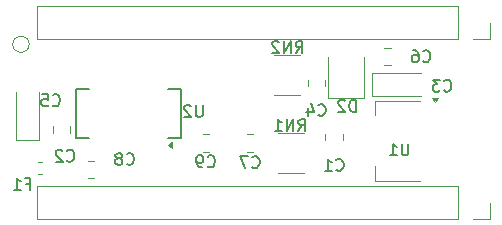
<source format=gbr>
%TF.GenerationSoftware,KiCad,Pcbnew,9.0.1*%
%TF.CreationDate,2025-04-21T22:05:37-04:00*%
%TF.ProjectId,nano_original,6e616e6f-5f6f-4726-9967-696e616c2e6b,rev?*%
%TF.SameCoordinates,Original*%
%TF.FileFunction,Legend,Bot*%
%TF.FilePolarity,Positive*%
%FSLAX46Y46*%
G04 Gerber Fmt 4.6, Leading zero omitted, Abs format (unit mm)*
G04 Created by KiCad (PCBNEW 9.0.1) date 2025-04-21 22:05:37*
%MOMM*%
%LPD*%
G01*
G04 APERTURE LIST*
%ADD10C,0.150000*%
%ADD11C,0.120000*%
G04 APERTURE END LIST*
D10*
X93029404Y-85629819D02*
X93029404Y-86439342D01*
X93029404Y-86439342D02*
X92981785Y-86534580D01*
X92981785Y-86534580D02*
X92934166Y-86582200D01*
X92934166Y-86582200D02*
X92838928Y-86629819D01*
X92838928Y-86629819D02*
X92648452Y-86629819D01*
X92648452Y-86629819D02*
X92553214Y-86582200D01*
X92553214Y-86582200D02*
X92505595Y-86534580D01*
X92505595Y-86534580D02*
X92457976Y-86439342D01*
X92457976Y-86439342D02*
X92457976Y-85629819D01*
X91457976Y-86629819D02*
X92029404Y-86629819D01*
X91743690Y-86629819D02*
X91743690Y-85629819D01*
X91743690Y-85629819D02*
X91838928Y-85772676D01*
X91838928Y-85772676D02*
X91934166Y-85867914D01*
X91934166Y-85867914D02*
X92029404Y-85915533D01*
X86916666Y-87834580D02*
X86964285Y-87882200D01*
X86964285Y-87882200D02*
X87107142Y-87929819D01*
X87107142Y-87929819D02*
X87202380Y-87929819D01*
X87202380Y-87929819D02*
X87345237Y-87882200D01*
X87345237Y-87882200D02*
X87440475Y-87786961D01*
X87440475Y-87786961D02*
X87488094Y-87691723D01*
X87488094Y-87691723D02*
X87535713Y-87501247D01*
X87535713Y-87501247D02*
X87535713Y-87358390D01*
X87535713Y-87358390D02*
X87488094Y-87167914D01*
X87488094Y-87167914D02*
X87440475Y-87072676D01*
X87440475Y-87072676D02*
X87345237Y-86977438D01*
X87345237Y-86977438D02*
X87202380Y-86929819D01*
X87202380Y-86929819D02*
X87107142Y-86929819D01*
X87107142Y-86929819D02*
X86964285Y-86977438D01*
X86964285Y-86977438D02*
X86916666Y-87025057D01*
X85964285Y-87929819D02*
X86535713Y-87929819D01*
X86249999Y-87929819D02*
X86249999Y-86929819D01*
X86249999Y-86929819D02*
X86345237Y-87072676D01*
X86345237Y-87072676D02*
X86440475Y-87167914D01*
X86440475Y-87167914D02*
X86535713Y-87215533D01*
X88588094Y-82929819D02*
X88588094Y-81929819D01*
X88588094Y-81929819D02*
X88349999Y-81929819D01*
X88349999Y-81929819D02*
X88207142Y-81977438D01*
X88207142Y-81977438D02*
X88111904Y-82072676D01*
X88111904Y-82072676D02*
X88064285Y-82167914D01*
X88064285Y-82167914D02*
X88016666Y-82358390D01*
X88016666Y-82358390D02*
X88016666Y-82501247D01*
X88016666Y-82501247D02*
X88064285Y-82691723D01*
X88064285Y-82691723D02*
X88111904Y-82786961D01*
X88111904Y-82786961D02*
X88207142Y-82882200D01*
X88207142Y-82882200D02*
X88349999Y-82929819D01*
X88349999Y-82929819D02*
X88588094Y-82929819D01*
X87635713Y-82025057D02*
X87588094Y-81977438D01*
X87588094Y-81977438D02*
X87492856Y-81929819D01*
X87492856Y-81929819D02*
X87254761Y-81929819D01*
X87254761Y-81929819D02*
X87159523Y-81977438D01*
X87159523Y-81977438D02*
X87111904Y-82025057D01*
X87111904Y-82025057D02*
X87064285Y-82120295D01*
X87064285Y-82120295D02*
X87064285Y-82215533D01*
X87064285Y-82215533D02*
X87111904Y-82358390D01*
X87111904Y-82358390D02*
X87683332Y-82929819D01*
X87683332Y-82929819D02*
X87064285Y-82929819D01*
X62916666Y-82359580D02*
X62964285Y-82407200D01*
X62964285Y-82407200D02*
X63107142Y-82454819D01*
X63107142Y-82454819D02*
X63202380Y-82454819D01*
X63202380Y-82454819D02*
X63345237Y-82407200D01*
X63345237Y-82407200D02*
X63440475Y-82311961D01*
X63440475Y-82311961D02*
X63488094Y-82216723D01*
X63488094Y-82216723D02*
X63535713Y-82026247D01*
X63535713Y-82026247D02*
X63535713Y-81883390D01*
X63535713Y-81883390D02*
X63488094Y-81692914D01*
X63488094Y-81692914D02*
X63440475Y-81597676D01*
X63440475Y-81597676D02*
X63345237Y-81502438D01*
X63345237Y-81502438D02*
X63202380Y-81454819D01*
X63202380Y-81454819D02*
X63107142Y-81454819D01*
X63107142Y-81454819D02*
X62964285Y-81502438D01*
X62964285Y-81502438D02*
X62916666Y-81550057D01*
X62011904Y-81454819D02*
X62488094Y-81454819D01*
X62488094Y-81454819D02*
X62535713Y-81931009D01*
X62535713Y-81931009D02*
X62488094Y-81883390D01*
X62488094Y-81883390D02*
X62392856Y-81835771D01*
X62392856Y-81835771D02*
X62154761Y-81835771D01*
X62154761Y-81835771D02*
X62059523Y-81883390D01*
X62059523Y-81883390D02*
X62011904Y-81931009D01*
X62011904Y-81931009D02*
X61964285Y-82026247D01*
X61964285Y-82026247D02*
X61964285Y-82264342D01*
X61964285Y-82264342D02*
X62011904Y-82359580D01*
X62011904Y-82359580D02*
X62059523Y-82407200D01*
X62059523Y-82407200D02*
X62154761Y-82454819D01*
X62154761Y-82454819D02*
X62392856Y-82454819D01*
X62392856Y-82454819D02*
X62488094Y-82407200D01*
X62488094Y-82407200D02*
X62535713Y-82359580D01*
X69179166Y-87334580D02*
X69226785Y-87382200D01*
X69226785Y-87382200D02*
X69369642Y-87429819D01*
X69369642Y-87429819D02*
X69464880Y-87429819D01*
X69464880Y-87429819D02*
X69607737Y-87382200D01*
X69607737Y-87382200D02*
X69702975Y-87286961D01*
X69702975Y-87286961D02*
X69750594Y-87191723D01*
X69750594Y-87191723D02*
X69798213Y-87001247D01*
X69798213Y-87001247D02*
X69798213Y-86858390D01*
X69798213Y-86858390D02*
X69750594Y-86667914D01*
X69750594Y-86667914D02*
X69702975Y-86572676D01*
X69702975Y-86572676D02*
X69607737Y-86477438D01*
X69607737Y-86477438D02*
X69464880Y-86429819D01*
X69464880Y-86429819D02*
X69369642Y-86429819D01*
X69369642Y-86429819D02*
X69226785Y-86477438D01*
X69226785Y-86477438D02*
X69179166Y-86525057D01*
X68607737Y-86858390D02*
X68702975Y-86810771D01*
X68702975Y-86810771D02*
X68750594Y-86763152D01*
X68750594Y-86763152D02*
X68798213Y-86667914D01*
X68798213Y-86667914D02*
X68798213Y-86620295D01*
X68798213Y-86620295D02*
X68750594Y-86525057D01*
X68750594Y-86525057D02*
X68702975Y-86477438D01*
X68702975Y-86477438D02*
X68607737Y-86429819D01*
X68607737Y-86429819D02*
X68417261Y-86429819D01*
X68417261Y-86429819D02*
X68322023Y-86477438D01*
X68322023Y-86477438D02*
X68274404Y-86525057D01*
X68274404Y-86525057D02*
X68226785Y-86620295D01*
X68226785Y-86620295D02*
X68226785Y-86667914D01*
X68226785Y-86667914D02*
X68274404Y-86763152D01*
X68274404Y-86763152D02*
X68322023Y-86810771D01*
X68322023Y-86810771D02*
X68417261Y-86858390D01*
X68417261Y-86858390D02*
X68607737Y-86858390D01*
X68607737Y-86858390D02*
X68702975Y-86906009D01*
X68702975Y-86906009D02*
X68750594Y-86953628D01*
X68750594Y-86953628D02*
X68798213Y-87048866D01*
X68798213Y-87048866D02*
X68798213Y-87239342D01*
X68798213Y-87239342D02*
X68750594Y-87334580D01*
X68750594Y-87334580D02*
X68702975Y-87382200D01*
X68702975Y-87382200D02*
X68607737Y-87429819D01*
X68607737Y-87429819D02*
X68417261Y-87429819D01*
X68417261Y-87429819D02*
X68322023Y-87382200D01*
X68322023Y-87382200D02*
X68274404Y-87334580D01*
X68274404Y-87334580D02*
X68226785Y-87239342D01*
X68226785Y-87239342D02*
X68226785Y-87048866D01*
X68226785Y-87048866D02*
X68274404Y-86953628D01*
X68274404Y-86953628D02*
X68322023Y-86906009D01*
X68322023Y-86906009D02*
X68417261Y-86858390D01*
X79804166Y-87614580D02*
X79851785Y-87662200D01*
X79851785Y-87662200D02*
X79994642Y-87709819D01*
X79994642Y-87709819D02*
X80089880Y-87709819D01*
X80089880Y-87709819D02*
X80232737Y-87662200D01*
X80232737Y-87662200D02*
X80327975Y-87566961D01*
X80327975Y-87566961D02*
X80375594Y-87471723D01*
X80375594Y-87471723D02*
X80423213Y-87281247D01*
X80423213Y-87281247D02*
X80423213Y-87138390D01*
X80423213Y-87138390D02*
X80375594Y-86947914D01*
X80375594Y-86947914D02*
X80327975Y-86852676D01*
X80327975Y-86852676D02*
X80232737Y-86757438D01*
X80232737Y-86757438D02*
X80089880Y-86709819D01*
X80089880Y-86709819D02*
X79994642Y-86709819D01*
X79994642Y-86709819D02*
X79851785Y-86757438D01*
X79851785Y-86757438D02*
X79804166Y-86805057D01*
X79470832Y-86709819D02*
X78804166Y-86709819D01*
X78804166Y-86709819D02*
X79232737Y-87709819D01*
X83715476Y-84554819D02*
X84048809Y-84078628D01*
X84286904Y-84554819D02*
X84286904Y-83554819D01*
X84286904Y-83554819D02*
X83905952Y-83554819D01*
X83905952Y-83554819D02*
X83810714Y-83602438D01*
X83810714Y-83602438D02*
X83763095Y-83650057D01*
X83763095Y-83650057D02*
X83715476Y-83745295D01*
X83715476Y-83745295D02*
X83715476Y-83888152D01*
X83715476Y-83888152D02*
X83763095Y-83983390D01*
X83763095Y-83983390D02*
X83810714Y-84031009D01*
X83810714Y-84031009D02*
X83905952Y-84078628D01*
X83905952Y-84078628D02*
X84286904Y-84078628D01*
X83286904Y-84554819D02*
X83286904Y-83554819D01*
X83286904Y-83554819D02*
X82715476Y-84554819D01*
X82715476Y-84554819D02*
X82715476Y-83554819D01*
X81715476Y-84554819D02*
X82286904Y-84554819D01*
X82001190Y-84554819D02*
X82001190Y-83554819D01*
X82001190Y-83554819D02*
X82096428Y-83697676D01*
X82096428Y-83697676D02*
X82191666Y-83792914D01*
X82191666Y-83792914D02*
X82286904Y-83840533D01*
X60683333Y-89031009D02*
X61016666Y-89031009D01*
X61016666Y-89554819D02*
X61016666Y-88554819D01*
X61016666Y-88554819D02*
X60540476Y-88554819D01*
X59635714Y-89554819D02*
X60207142Y-89554819D01*
X59921428Y-89554819D02*
X59921428Y-88554819D01*
X59921428Y-88554819D02*
X60016666Y-88697676D01*
X60016666Y-88697676D02*
X60111904Y-88792914D01*
X60111904Y-88792914D02*
X60207142Y-88840533D01*
X76029166Y-87534580D02*
X76076785Y-87582200D01*
X76076785Y-87582200D02*
X76219642Y-87629819D01*
X76219642Y-87629819D02*
X76314880Y-87629819D01*
X76314880Y-87629819D02*
X76457737Y-87582200D01*
X76457737Y-87582200D02*
X76552975Y-87486961D01*
X76552975Y-87486961D02*
X76600594Y-87391723D01*
X76600594Y-87391723D02*
X76648213Y-87201247D01*
X76648213Y-87201247D02*
X76648213Y-87058390D01*
X76648213Y-87058390D02*
X76600594Y-86867914D01*
X76600594Y-86867914D02*
X76552975Y-86772676D01*
X76552975Y-86772676D02*
X76457737Y-86677438D01*
X76457737Y-86677438D02*
X76314880Y-86629819D01*
X76314880Y-86629819D02*
X76219642Y-86629819D01*
X76219642Y-86629819D02*
X76076785Y-86677438D01*
X76076785Y-86677438D02*
X76029166Y-86725057D01*
X75552975Y-87629819D02*
X75362499Y-87629819D01*
X75362499Y-87629819D02*
X75267261Y-87582200D01*
X75267261Y-87582200D02*
X75219642Y-87534580D01*
X75219642Y-87534580D02*
X75124404Y-87391723D01*
X75124404Y-87391723D02*
X75076785Y-87201247D01*
X75076785Y-87201247D02*
X75076785Y-86820295D01*
X75076785Y-86820295D02*
X75124404Y-86725057D01*
X75124404Y-86725057D02*
X75172023Y-86677438D01*
X75172023Y-86677438D02*
X75267261Y-86629819D01*
X75267261Y-86629819D02*
X75457737Y-86629819D01*
X75457737Y-86629819D02*
X75552975Y-86677438D01*
X75552975Y-86677438D02*
X75600594Y-86725057D01*
X75600594Y-86725057D02*
X75648213Y-86820295D01*
X75648213Y-86820295D02*
X75648213Y-87058390D01*
X75648213Y-87058390D02*
X75600594Y-87153628D01*
X75600594Y-87153628D02*
X75552975Y-87201247D01*
X75552975Y-87201247D02*
X75457737Y-87248866D01*
X75457737Y-87248866D02*
X75267261Y-87248866D01*
X75267261Y-87248866D02*
X75172023Y-87201247D01*
X75172023Y-87201247D02*
X75124404Y-87153628D01*
X75124404Y-87153628D02*
X75076785Y-87058390D01*
X83480476Y-77954819D02*
X83813809Y-77478628D01*
X84051904Y-77954819D02*
X84051904Y-76954819D01*
X84051904Y-76954819D02*
X83670952Y-76954819D01*
X83670952Y-76954819D02*
X83575714Y-77002438D01*
X83575714Y-77002438D02*
X83528095Y-77050057D01*
X83528095Y-77050057D02*
X83480476Y-77145295D01*
X83480476Y-77145295D02*
X83480476Y-77288152D01*
X83480476Y-77288152D02*
X83528095Y-77383390D01*
X83528095Y-77383390D02*
X83575714Y-77431009D01*
X83575714Y-77431009D02*
X83670952Y-77478628D01*
X83670952Y-77478628D02*
X84051904Y-77478628D01*
X83051904Y-77954819D02*
X83051904Y-76954819D01*
X83051904Y-76954819D02*
X82480476Y-77954819D01*
X82480476Y-77954819D02*
X82480476Y-76954819D01*
X82051904Y-77050057D02*
X82004285Y-77002438D01*
X82004285Y-77002438D02*
X81909047Y-76954819D01*
X81909047Y-76954819D02*
X81670952Y-76954819D01*
X81670952Y-76954819D02*
X81575714Y-77002438D01*
X81575714Y-77002438D02*
X81528095Y-77050057D01*
X81528095Y-77050057D02*
X81480476Y-77145295D01*
X81480476Y-77145295D02*
X81480476Y-77240533D01*
X81480476Y-77240533D02*
X81528095Y-77383390D01*
X81528095Y-77383390D02*
X82099523Y-77954819D01*
X82099523Y-77954819D02*
X81480476Y-77954819D01*
X64116666Y-87059580D02*
X64164285Y-87107200D01*
X64164285Y-87107200D02*
X64307142Y-87154819D01*
X64307142Y-87154819D02*
X64402380Y-87154819D01*
X64402380Y-87154819D02*
X64545237Y-87107200D01*
X64545237Y-87107200D02*
X64640475Y-87011961D01*
X64640475Y-87011961D02*
X64688094Y-86916723D01*
X64688094Y-86916723D02*
X64735713Y-86726247D01*
X64735713Y-86726247D02*
X64735713Y-86583390D01*
X64735713Y-86583390D02*
X64688094Y-86392914D01*
X64688094Y-86392914D02*
X64640475Y-86297676D01*
X64640475Y-86297676D02*
X64545237Y-86202438D01*
X64545237Y-86202438D02*
X64402380Y-86154819D01*
X64402380Y-86154819D02*
X64307142Y-86154819D01*
X64307142Y-86154819D02*
X64164285Y-86202438D01*
X64164285Y-86202438D02*
X64116666Y-86250057D01*
X63735713Y-86250057D02*
X63688094Y-86202438D01*
X63688094Y-86202438D02*
X63592856Y-86154819D01*
X63592856Y-86154819D02*
X63354761Y-86154819D01*
X63354761Y-86154819D02*
X63259523Y-86202438D01*
X63259523Y-86202438D02*
X63211904Y-86250057D01*
X63211904Y-86250057D02*
X63164285Y-86345295D01*
X63164285Y-86345295D02*
X63164285Y-86440533D01*
X63164285Y-86440533D02*
X63211904Y-86583390D01*
X63211904Y-86583390D02*
X63783332Y-87154819D01*
X63783332Y-87154819D02*
X63164285Y-87154819D01*
X85391666Y-83184580D02*
X85439285Y-83232200D01*
X85439285Y-83232200D02*
X85582142Y-83279819D01*
X85582142Y-83279819D02*
X85677380Y-83279819D01*
X85677380Y-83279819D02*
X85820237Y-83232200D01*
X85820237Y-83232200D02*
X85915475Y-83136961D01*
X85915475Y-83136961D02*
X85963094Y-83041723D01*
X85963094Y-83041723D02*
X86010713Y-82851247D01*
X86010713Y-82851247D02*
X86010713Y-82708390D01*
X86010713Y-82708390D02*
X85963094Y-82517914D01*
X85963094Y-82517914D02*
X85915475Y-82422676D01*
X85915475Y-82422676D02*
X85820237Y-82327438D01*
X85820237Y-82327438D02*
X85677380Y-82279819D01*
X85677380Y-82279819D02*
X85582142Y-82279819D01*
X85582142Y-82279819D02*
X85439285Y-82327438D01*
X85439285Y-82327438D02*
X85391666Y-82375057D01*
X84534523Y-82613152D02*
X84534523Y-83279819D01*
X84772618Y-82232200D02*
X85010713Y-82946485D01*
X85010713Y-82946485D02*
X84391666Y-82946485D01*
X94266666Y-78634580D02*
X94314285Y-78682200D01*
X94314285Y-78682200D02*
X94457142Y-78729819D01*
X94457142Y-78729819D02*
X94552380Y-78729819D01*
X94552380Y-78729819D02*
X94695237Y-78682200D01*
X94695237Y-78682200D02*
X94790475Y-78586961D01*
X94790475Y-78586961D02*
X94838094Y-78491723D01*
X94838094Y-78491723D02*
X94885713Y-78301247D01*
X94885713Y-78301247D02*
X94885713Y-78158390D01*
X94885713Y-78158390D02*
X94838094Y-77967914D01*
X94838094Y-77967914D02*
X94790475Y-77872676D01*
X94790475Y-77872676D02*
X94695237Y-77777438D01*
X94695237Y-77777438D02*
X94552380Y-77729819D01*
X94552380Y-77729819D02*
X94457142Y-77729819D01*
X94457142Y-77729819D02*
X94314285Y-77777438D01*
X94314285Y-77777438D02*
X94266666Y-77825057D01*
X93409523Y-77729819D02*
X93599999Y-77729819D01*
X93599999Y-77729819D02*
X93695237Y-77777438D01*
X93695237Y-77777438D02*
X93742856Y-77825057D01*
X93742856Y-77825057D02*
X93838094Y-77967914D01*
X93838094Y-77967914D02*
X93885713Y-78158390D01*
X93885713Y-78158390D02*
X93885713Y-78539342D01*
X93885713Y-78539342D02*
X93838094Y-78634580D01*
X93838094Y-78634580D02*
X93790475Y-78682200D01*
X93790475Y-78682200D02*
X93695237Y-78729819D01*
X93695237Y-78729819D02*
X93504761Y-78729819D01*
X93504761Y-78729819D02*
X93409523Y-78682200D01*
X93409523Y-78682200D02*
X93361904Y-78634580D01*
X93361904Y-78634580D02*
X93314285Y-78539342D01*
X93314285Y-78539342D02*
X93314285Y-78301247D01*
X93314285Y-78301247D02*
X93361904Y-78206009D01*
X93361904Y-78206009D02*
X93409523Y-78158390D01*
X93409523Y-78158390D02*
X93504761Y-78110771D01*
X93504761Y-78110771D02*
X93695237Y-78110771D01*
X93695237Y-78110771D02*
X93790475Y-78158390D01*
X93790475Y-78158390D02*
X93838094Y-78206009D01*
X93838094Y-78206009D02*
X93885713Y-78301247D01*
X75611904Y-82379819D02*
X75611904Y-83189342D01*
X75611904Y-83189342D02*
X75564285Y-83284580D01*
X75564285Y-83284580D02*
X75516666Y-83332200D01*
X75516666Y-83332200D02*
X75421428Y-83379819D01*
X75421428Y-83379819D02*
X75230952Y-83379819D01*
X75230952Y-83379819D02*
X75135714Y-83332200D01*
X75135714Y-83332200D02*
X75088095Y-83284580D01*
X75088095Y-83284580D02*
X75040476Y-83189342D01*
X75040476Y-83189342D02*
X75040476Y-82379819D01*
X74611904Y-82475057D02*
X74564285Y-82427438D01*
X74564285Y-82427438D02*
X74469047Y-82379819D01*
X74469047Y-82379819D02*
X74230952Y-82379819D01*
X74230952Y-82379819D02*
X74135714Y-82427438D01*
X74135714Y-82427438D02*
X74088095Y-82475057D01*
X74088095Y-82475057D02*
X74040476Y-82570295D01*
X74040476Y-82570295D02*
X74040476Y-82665533D01*
X74040476Y-82665533D02*
X74088095Y-82808390D01*
X74088095Y-82808390D02*
X74659523Y-83379819D01*
X74659523Y-83379819D02*
X74040476Y-83379819D01*
X96041666Y-81134580D02*
X96089285Y-81182200D01*
X96089285Y-81182200D02*
X96232142Y-81229819D01*
X96232142Y-81229819D02*
X96327380Y-81229819D01*
X96327380Y-81229819D02*
X96470237Y-81182200D01*
X96470237Y-81182200D02*
X96565475Y-81086961D01*
X96565475Y-81086961D02*
X96613094Y-80991723D01*
X96613094Y-80991723D02*
X96660713Y-80801247D01*
X96660713Y-80801247D02*
X96660713Y-80658390D01*
X96660713Y-80658390D02*
X96613094Y-80467914D01*
X96613094Y-80467914D02*
X96565475Y-80372676D01*
X96565475Y-80372676D02*
X96470237Y-80277438D01*
X96470237Y-80277438D02*
X96327380Y-80229819D01*
X96327380Y-80229819D02*
X96232142Y-80229819D01*
X96232142Y-80229819D02*
X96089285Y-80277438D01*
X96089285Y-80277438D02*
X96041666Y-80325057D01*
X95708332Y-80229819D02*
X95089285Y-80229819D01*
X95089285Y-80229819D02*
X95422618Y-80610771D01*
X95422618Y-80610771D02*
X95279761Y-80610771D01*
X95279761Y-80610771D02*
X95184523Y-80658390D01*
X95184523Y-80658390D02*
X95136904Y-80706009D01*
X95136904Y-80706009D02*
X95089285Y-80801247D01*
X95089285Y-80801247D02*
X95089285Y-81039342D01*
X95089285Y-81039342D02*
X95136904Y-81134580D01*
X95136904Y-81134580D02*
X95184523Y-81182200D01*
X95184523Y-81182200D02*
X95279761Y-81229819D01*
X95279761Y-81229819D02*
X95565475Y-81229819D01*
X95565475Y-81229819D02*
X95660713Y-81182200D01*
X95660713Y-81182200D02*
X95708332Y-81134580D01*
D11*
%TO.C,J2*%
X97270000Y-74010000D02*
X61600000Y-74010000D01*
X61600000Y-76770000D02*
X61600000Y-74010000D01*
X97270000Y-76770000D02*
X97270000Y-74010000D01*
X97270000Y-76770000D02*
X61600000Y-76770000D01*
X98540000Y-76770000D02*
X99920000Y-76770000D01*
X99920000Y-76770000D02*
X99920000Y-75390000D01*
%TO.C,J3*%
X99920000Y-92010000D02*
X99920000Y-90630000D01*
X98540000Y-92010000D02*
X99920000Y-92010000D01*
X97270000Y-92010000D02*
X61600000Y-92010000D01*
X97270000Y-92010000D02*
X97270000Y-89250000D01*
X61600000Y-92010000D02*
X61600000Y-89250000D01*
X97270000Y-89250000D02*
X61600000Y-89250000D01*
%TO.C,U1*%
X95280000Y-82090000D02*
X95040000Y-81760000D01*
X95520000Y-81760000D01*
X95280000Y-82090000D01*
G36*
X95280000Y-82090000D02*
G01*
X95040000Y-81760000D01*
X95520000Y-81760000D01*
X95280000Y-82090000D01*
G37*
X94000000Y-88810000D02*
X90240000Y-88810000D01*
X94000000Y-81990000D02*
X90240000Y-81990000D01*
X90240000Y-88810000D02*
X90240000Y-87550000D01*
X90240000Y-81990000D02*
X90240000Y-83250000D01*
%TO.C,C1*%
X87460000Y-85348752D02*
X87460000Y-84826248D01*
X85990000Y-85348752D02*
X85990000Y-84826248D01*
%TO.C,D2*%
X89255000Y-81741500D02*
X89255000Y-78341500D01*
X89255000Y-81741500D02*
X86195000Y-81741500D01*
X86195000Y-81741500D02*
X86195000Y-78341500D01*
%TO.C,C5*%
X59845000Y-85330000D02*
X59845000Y-81235000D01*
X61755000Y-81235000D02*
X61755000Y-85330000D01*
X61755000Y-85330000D02*
X59845000Y-85330000D01*
%TO.C,C8*%
X66386252Y-87115000D02*
X65863748Y-87115000D01*
X66386252Y-88585000D02*
X65863748Y-88585000D01*
%TO.C,C7*%
X79376248Y-84840000D02*
X79898752Y-84840000D01*
X79376248Y-86310000D02*
X79898752Y-86310000D01*
%TO.C,RN1*%
X81960000Y-84725000D02*
X84160000Y-84725000D01*
X81960000Y-88125000D02*
X84160000Y-88125000D01*
%TO.C,F1*%
X62011267Y-87175000D02*
X61668733Y-87175000D01*
X62011267Y-88195000D02*
X61668733Y-88195000D01*
%TO.C,C9*%
X76123752Y-84840000D02*
X75601248Y-84840000D01*
X76123752Y-86310000D02*
X75601248Y-86310000D01*
%TO.C,RN2*%
X83890000Y-78125000D02*
X81690000Y-78125000D01*
X83890000Y-81525000D02*
X81690000Y-81525000D01*
%TO.C,C2*%
X62915000Y-84698752D02*
X62915000Y-84176248D01*
X64385000Y-84698752D02*
X64385000Y-84176248D01*
%TO.C,TP1*%
X60925000Y-77225000D02*
G75*
G02*
X59525000Y-77225000I-700000J0D01*
G01*
X59525000Y-77225000D02*
G75*
G02*
X60925000Y-77225000I700000J0D01*
G01*
%TO.C,C4*%
X84490000Y-80748752D02*
X84490000Y-80226248D01*
X85960000Y-80748752D02*
X85960000Y-80226248D01*
%TO.C,C6*%
X91001248Y-77540000D02*
X91523752Y-77540000D01*
X91001248Y-79010000D02*
X91523752Y-79010000D01*
D10*
%TO.C,U2*%
X64857500Y-81025000D02*
X65967500Y-81025000D01*
X64857500Y-85175000D02*
X64857500Y-81025000D01*
X64857500Y-85175000D02*
X65967500Y-85175000D01*
X72697500Y-85175000D02*
X73807500Y-85175000D01*
X73807500Y-81025000D02*
X72697500Y-81025000D01*
X73807500Y-85175000D02*
X73807500Y-81025000D01*
D11*
X73027500Y-85977500D02*
X72697500Y-85737500D01*
X73027500Y-85497500D01*
X73027500Y-85977500D01*
G36*
X73027500Y-85977500D02*
G01*
X72697500Y-85737500D01*
X73027500Y-85497500D01*
X73027500Y-85977500D01*
G37*
%TO.C,C3*%
X89970000Y-79695000D02*
X94065000Y-79695000D01*
X89970000Y-81605000D02*
X89970000Y-79695000D01*
X94065000Y-81605000D02*
X89970000Y-81605000D01*
%TD*%
M02*

</source>
